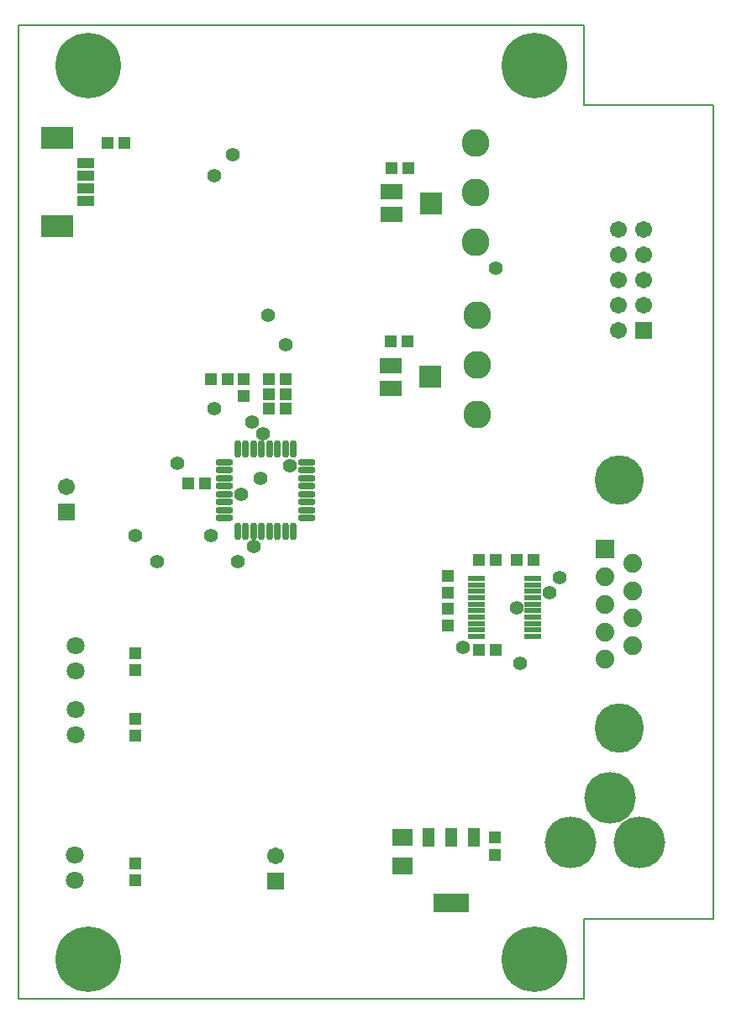
<source format=gts>
%FSAX24Y24*%
%MOIN*%
G70*
G01*
G75*
G04 Layer_Color=8388736*
%ADD10R,0.0787X0.0512*%
%ADD11R,0.0787X0.0787*%
%ADD12R,0.0433X0.0394*%
%ADD13R,0.0630X0.0118*%
%ADD14O,0.0217X0.0630*%
%ADD15O,0.0630X0.0217*%
%ADD16R,0.1358X0.0689*%
%ADD17R,0.0433X0.0689*%
%ADD18R,0.0433X0.0689*%
%ADD19R,0.0394X0.0433*%
%ADD20R,0.0630X0.0315*%
%ADD21R,0.1181X0.0827*%
%ADD22R,0.0709X0.0630*%
%ADD23C,0.0236*%
%ADD24C,0.0217*%
%ADD25C,0.0118*%
%ADD26C,0.0080*%
%ADD27C,0.0591*%
%ADD28R,0.0591X0.0591*%
%ADD29C,0.0665*%
%ADD30R,0.0665X0.0665*%
%ADD31C,0.1874*%
%ADD32C,0.1969*%
%ADD33C,0.0630*%
%ADD34C,0.2520*%
%ADD35C,0.1024*%
%ADD36C,0.0472*%
%ADD37C,0.0197*%
%ADD38C,0.0098*%
%ADD39C,0.0079*%
%ADD40C,0.0050*%
%ADD41C,0.0100*%
%ADD42C,0.0140*%
%ADD43C,0.0080*%
%ADD44C,0.0059*%
%ADD45R,0.0867X0.0592*%
%ADD46R,0.0867X0.0867*%
%ADD47R,0.0513X0.0474*%
%ADD48R,0.0710X0.0198*%
%ADD49O,0.0297X0.0710*%
%ADD50O,0.0710X0.0297*%
%ADD51R,0.1438X0.0769*%
%ADD52R,0.0513X0.0769*%
%ADD53R,0.0513X0.0769*%
%ADD54R,0.0474X0.0513*%
%ADD55R,0.0710X0.0395*%
%ADD56R,0.1261X0.0907*%
%ADD57R,0.0789X0.0710*%
%ADD58C,0.0671*%
%ADD59R,0.0671X0.0671*%
%ADD60C,0.0745*%
%ADD61R,0.0745X0.0745*%
%ADD62C,0.1954*%
%ADD63C,0.2049*%
%ADD64C,0.0710*%
%ADD65C,0.2600*%
%ADD66C,0.1104*%
%ADD67C,0.0552*%
D26*
X072638Y095433D02*
Y098583D01*
Y095433D02*
X077756D01*
X072638Y063150D02*
X077756D01*
X072638Y060000D02*
Y063150D01*
X050197Y060000D02*
Y098583D01*
X077756Y063150D02*
Y095433D01*
X050197Y098583D02*
X072638D01*
X050197Y060000D02*
X072638D01*
D45*
X064961Y085098D02*
D03*
Y084193D02*
D03*
X065000Y091988D02*
D03*
Y091083D02*
D03*
D46*
X066535Y084646D02*
D03*
X066575Y091535D02*
D03*
D47*
X064961Y086063D02*
D03*
X065630D02*
D03*
X065000Y092913D02*
D03*
X065669D02*
D03*
X060118Y083386D02*
D03*
X060787D02*
D03*
X060787Y084567D02*
D03*
X060118D02*
D03*
X054409Y093937D02*
D03*
X053740D02*
D03*
X068465Y073819D02*
D03*
X069134D02*
D03*
Y077402D02*
D03*
X068465D02*
D03*
X069961D02*
D03*
X070630D02*
D03*
X060118Y083976D02*
D03*
X060787D02*
D03*
X057835Y084567D02*
D03*
X058504D02*
D03*
X057598Y080433D02*
D03*
X056929D02*
D03*
D48*
X068366Y076663D02*
D03*
Y076407D02*
D03*
Y076152D02*
D03*
Y075896D02*
D03*
Y075640D02*
D03*
Y075384D02*
D03*
Y075128D02*
D03*
Y074872D02*
D03*
Y074616D02*
D03*
Y074360D02*
D03*
X070610Y076663D02*
D03*
Y076407D02*
D03*
Y076152D02*
D03*
Y075896D02*
D03*
Y075640D02*
D03*
Y075384D02*
D03*
Y075128D02*
D03*
Y074872D02*
D03*
Y074616D02*
D03*
Y074360D02*
D03*
D49*
X058898Y081791D02*
D03*
X059213D02*
D03*
X059528D02*
D03*
X059843D02*
D03*
X060157D02*
D03*
X060472D02*
D03*
X060787D02*
D03*
X061102D02*
D03*
Y078524D02*
D03*
X060787D02*
D03*
X060472D02*
D03*
X060157D02*
D03*
X059843D02*
D03*
X059528D02*
D03*
X059213D02*
D03*
X058898D02*
D03*
D50*
X061634Y081260D02*
D03*
Y080945D02*
D03*
Y080630D02*
D03*
Y080315D02*
D03*
Y080000D02*
D03*
Y079685D02*
D03*
Y079370D02*
D03*
Y079055D02*
D03*
X058366Y079055D02*
D03*
Y079370D02*
D03*
Y079685D02*
D03*
Y080000D02*
D03*
Y080315D02*
D03*
Y080630D02*
D03*
Y080945D02*
D03*
Y081260D02*
D03*
D51*
X067362Y063799D02*
D03*
D52*
X066457Y066378D02*
D03*
X067362D02*
D03*
D53*
X068268D02*
D03*
D54*
X054843Y064685D02*
D03*
Y065354D02*
D03*
Y073032D02*
D03*
Y073701D02*
D03*
Y070433D02*
D03*
Y071102D02*
D03*
X059134Y083898D02*
D03*
Y084567D02*
D03*
X067244Y074803D02*
D03*
Y075472D02*
D03*
Y076772D02*
D03*
Y076102D02*
D03*
X069094Y065709D02*
D03*
Y066378D02*
D03*
D55*
X052874Y091634D02*
D03*
Y092126D02*
D03*
Y092618D02*
D03*
Y093110D02*
D03*
D56*
X051732Y090630D02*
D03*
Y094114D02*
D03*
D57*
X065433Y065276D02*
D03*
Y066378D02*
D03*
D58*
X060394Y065646D02*
D03*
X052087Y080291D02*
D03*
X074000Y090496D02*
D03*
X075000D02*
D03*
X074000Y089496D02*
D03*
X075000D02*
D03*
X074000Y088496D02*
D03*
X075000D02*
D03*
X074000Y087496D02*
D03*
X075000D02*
D03*
X074000Y086496D02*
D03*
D59*
X060394Y064646D02*
D03*
X052087Y079291D02*
D03*
X075000Y086496D02*
D03*
D60*
X073457Y073449D02*
D03*
X074575Y073994D02*
D03*
X073457Y074539D02*
D03*
X074575Y075085D02*
D03*
X073457Y075630D02*
D03*
X074575Y076175D02*
D03*
X073457Y076720D02*
D03*
X074575Y077266D02*
D03*
D61*
X073457Y077811D02*
D03*
D62*
X074016Y080549D02*
D03*
Y070711D02*
D03*
D63*
X072083Y066193D02*
D03*
X074839D02*
D03*
X073657Y067965D02*
D03*
D64*
X052441Y065697D02*
D03*
Y064697D02*
D03*
X052480Y074004D02*
D03*
Y073004D02*
D03*
Y071445D02*
D03*
Y070445D02*
D03*
D65*
X052953Y097008D02*
D03*
X070669Y061575D02*
D03*
Y097008D02*
D03*
X052953Y061575D02*
D03*
D66*
X068346Y090000D02*
D03*
Y091968D02*
D03*
Y093937D02*
D03*
X068386Y083150D02*
D03*
Y087087D02*
D03*
Y085118D02*
D03*
D67*
X059900Y082390D02*
D03*
X071660Y076700D02*
D03*
X071260Y076080D02*
D03*
X060980Y081110D02*
D03*
X070110Y073280D02*
D03*
X069960Y075490D02*
D03*
X054843Y078350D02*
D03*
X057840D02*
D03*
X058898Y077330D02*
D03*
X055690D02*
D03*
X069120Y088950D02*
D03*
X060097Y087087D02*
D03*
X059480Y082860D02*
D03*
X060787Y085930D02*
D03*
X067840Y073910D02*
D03*
X059807Y080630D02*
D03*
X056500Y081210D02*
D03*
X058690Y093450D02*
D03*
X059020Y080000D02*
D03*
X059528Y077930D02*
D03*
X057960Y083380D02*
D03*
Y092610D02*
D03*
M02*

</source>
